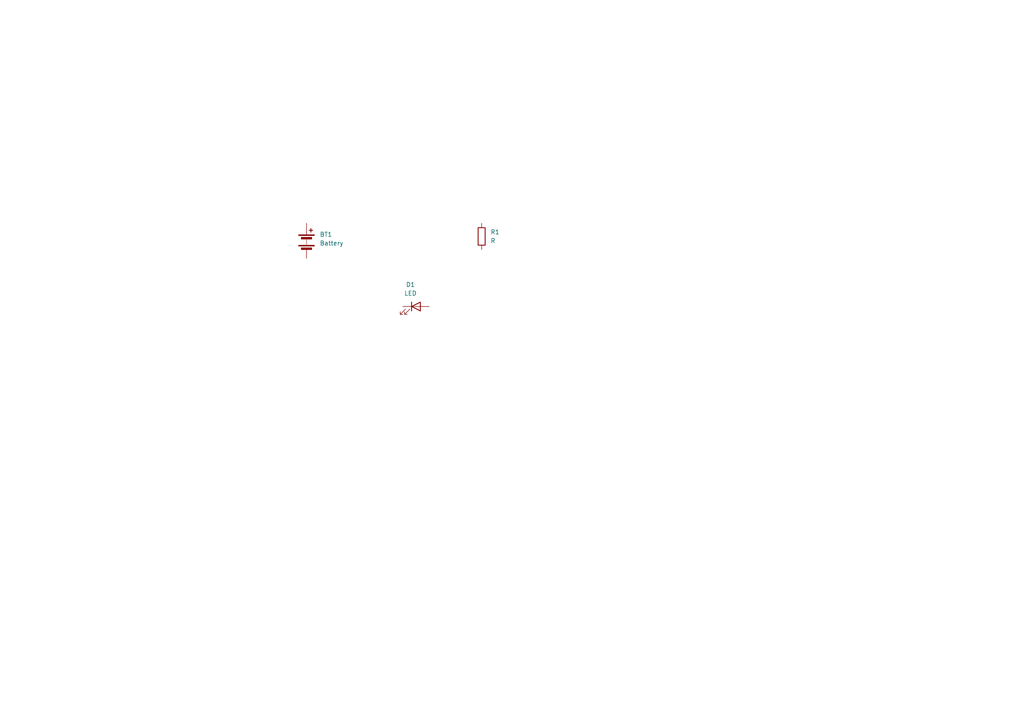
<source format=kicad_sch>
(kicad_sch (version 20231120) (generator "eeschema") (generator_version "8.0")
  (paper "A4")
  (lib_symbols
    (symbol "Device:Battery" (pin_numbers hide) (pin_names (offset 0) hide)
      (property "Reference" "BT" (at 2.54 2.54 0))
      (property "Value" "Battery" (at 2.54 0 0))
      (symbol "Battery_0_1"
        (rectangle (start -2.286 -1.27) (end 2.286 -1.524) (fill (type outline)))
        (rectangle (start -2.286 1.778) (end 2.286 1.524) (fill (type outline)))
        (rectangle (start -1.524 -2.032) (end 1.524 -2.54) (fill (type outline)))
        (rectangle (start -1.524 1.016) (end 1.524 0.508) (fill (type outline)))
        (polyline (pts (xy 0 -1.016) (xy 0 -0.762)))
        (polyline (pts (xy 0 -0.508) (xy 0 -0.254)))
        (polyline (pts (xy 0 0) (xy 0 0.254)))
        (polyline (pts (xy 0 1.778) (xy 0 2.54)))
        (polyline (pts (xy 0.762 3.048) (xy 1.778 3.048)) (stroke (width 0.254)))
        (polyline (pts (xy 1.27 3.556) (xy 1.27 2.54)) (stroke (width 0.254)))
      )
      (symbol "Battery_1_1"
        (pin passive line (at 0 5.08 270) (length 2.54) (name "+") (number "1"))
        (pin passive line (at 0 -5.08 90) (length 2.54) (name "-") (number "2"))
      )
    )
    (symbol "Device:LED" (pin_numbers hide) (pin_names (offset 1.016) hide)
      (property "Reference" "D" (at 0 2.54 0))
      (property "Value" "LED" (at 0 -2.54 0))
      (symbol "LED_0_1"
        (polyline (pts (xy -1.27 -1.27) (xy -1.27 1.27)) (stroke (width 0.254)))
        (polyline (pts (xy -1.27 0) (xy 1.27 0)))
        (polyline (pts (xy 1.27 -1.27) (xy 1.27 1.27) (xy -1.27 0) (xy 1.27 -1.27)) (stroke (width 0.254)))
        (polyline (pts (xy -3.048 -0.762) (xy -4.572 -2.286) (xy -3.81 -2.286) (xy -4.572 -2.286) (xy -4.572 -1.524)))
        (polyline (pts (xy -1.778 -0.762) (xy -3.302 -2.286) (xy -2.54 -2.286) (xy -3.302 -2.286) (xy -3.302 -1.524)))
      )
      (symbol "LED_1_1"
        (pin passive line (at -3.81 0 0) (length 2.54) (name "K") (number "1"))
        (pin passive line (at 3.81 0 180) (length 2.54) (name "A") (number "2"))
      )
    )
    (symbol "Device:R" (pin_numbers hide) (pin_names (offset 0))
      (property "Reference" "R" (at 2.032 0 90))
      (property "Value" "R" (at 0 0 90))
      (symbol "R_0_1"
        (rectangle (start -1.016 -2.54) (end 1.016 2.54) (stroke (width 0.254)))
      )
      (symbol "R_1_1"
        (pin passive line (at 0 3.81 270) (length 1.27) (name "~") (number "1"))
        (pin passive line (at 0 -3.81 90) (length 1.27) (name "~") (number "2"))
      )
    )
  )
  (symbol (lib_id "Device:LED") (at 120.65 88.9 0) (unit 1)
    (property "Reference" "D1" (at 119.0625 82.55 0))
    (property "Value" "LED" (at 119.0625 85.09 0))
    (property "Description" "Light emitting diode" (effects (hide yes)))
  )
  (symbol (lib_id "Device:Battery") (at 88.9 69.85 0) (unit 1)
    (property "Reference" "BT1" (at 92.71 68.0084 0) (effects (justify left)))
    (property "Value" "Battery" (at 92.71 70.5484 0) (effects (justify left)))
    (property "Description" "Multiple-cell battery" (effects (hide yes)))
  )
  (symbol (lib_id "Device:R") (at 139.7 68.58 0) (unit 1)
    (property "Reference" "R1" (at 142.24 67.3099 0) (effects (justify left)))
    (property "Value" "R" (at 142.24 69.8499 0) (effects (justify left)))
    (property "Description" "Resistor" (effects (hide yes)))
  )
)
</source>
